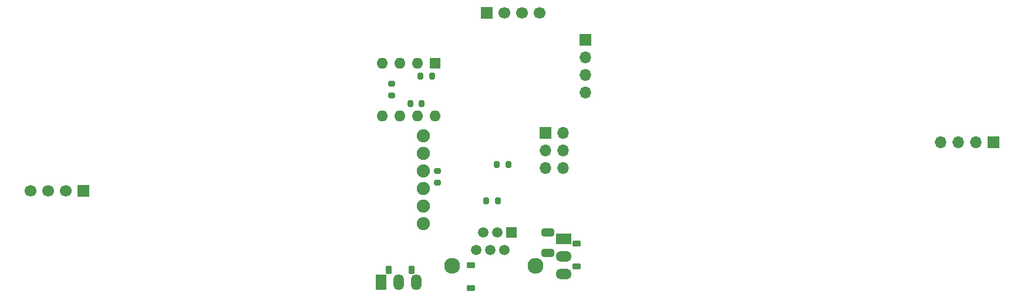
<source format=gbs>
G04 #@! TF.GenerationSoftware,KiCad,Pcbnew,9.0.2*
G04 #@! TF.CreationDate,2025-11-17T19:55:37+09:00*
G04 #@! TF.ProjectId,PitoBoard2026,5069746f-426f-4617-9264-323032362e6b,rev?*
G04 #@! TF.SameCoordinates,Original*
G04 #@! TF.FileFunction,Soldermask,Bot*
G04 #@! TF.FilePolarity,Negative*
%FSLAX46Y46*%
G04 Gerber Fmt 4.6, Leading zero omitted, Abs format (unit mm)*
G04 Created by KiCad (PCBNEW 9.0.2) date 2025-11-17 19:55:37*
%MOMM*%
%LPD*%
G01*
G04 APERTURE LIST*
G04 Aperture macros list*
%AMRoundRect*
0 Rectangle with rounded corners*
0 $1 Rounding radius*
0 $2 $3 $4 $5 $6 $7 $8 $9 X,Y pos of 4 corners*
0 Add a 4 corners polygon primitive as box body*
4,1,4,$2,$3,$4,$5,$6,$7,$8,$9,$2,$3,0*
0 Add four circle primitives for the rounded corners*
1,1,$1+$1,$2,$3*
1,1,$1+$1,$4,$5*
1,1,$1+$1,$6,$7*
1,1,$1+$1,$8,$9*
0 Add four rect primitives between the rounded corners*
20,1,$1+$1,$2,$3,$4,$5,0*
20,1,$1+$1,$4,$5,$6,$7,0*
20,1,$1+$1,$6,$7,$8,$9,0*
20,1,$1+$1,$8,$9,$2,$3,0*%
G04 Aperture macros list end*
%ADD10R,2.300000X1.500000*%
%ADD11O,2.300000X1.500000*%
%ADD12R,1.700000X1.700000*%
%ADD13O,1.700000X1.700000*%
%ADD14C,1.900000*%
%ADD15C,2.300000*%
%ADD16R,1.520000X1.520000*%
%ADD17C,1.520000*%
%ADD18C,1.700000*%
%ADD19R,1.500000X2.300000*%
%ADD20O,1.500000X2.300000*%
%ADD21C,0.000010*%
%ADD22R,1.600000X1.600000*%
%ADD23O,1.600000X1.600000*%
%ADD24RoundRect,0.200000X0.275000X-0.200000X0.275000X0.200000X-0.275000X0.200000X-0.275000X-0.200000X0*%
%ADD25RoundRect,0.225000X0.375000X-0.225000X0.375000X0.225000X-0.375000X0.225000X-0.375000X-0.225000X0*%
%ADD26RoundRect,0.200000X0.200000X0.275000X-0.200000X0.275000X-0.200000X-0.275000X0.200000X-0.275000X0*%
%ADD27RoundRect,0.225000X-0.375000X0.225000X-0.375000X-0.225000X0.375000X-0.225000X0.375000X0.225000X0*%
%ADD28RoundRect,0.225000X-0.225000X-0.375000X0.225000X-0.375000X0.225000X0.375000X-0.225000X0.375000X0*%
%ADD29RoundRect,0.250000X-0.650000X0.325000X-0.650000X-0.325000X0.650000X-0.325000X0.650000X0.325000X0*%
%ADD30RoundRect,0.200000X-0.200000X-0.275000X0.200000X-0.275000X0.200000X0.275000X-0.200000X0.275000X0*%
G04 APERTURE END LIST*
D10*
X159892500Y-72853000D03*
D11*
X159892500Y-75393000D03*
X159892500Y-77933000D03*
D12*
X221900000Y-58900000D03*
D13*
X219360000Y-58900000D03*
X216820000Y-58900000D03*
X214280000Y-58900000D03*
D14*
X139663000Y-70690000D03*
X139663000Y-68150000D03*
X139663000Y-65610000D03*
X139663000Y-63070000D03*
X139663000Y-60530000D03*
X139663000Y-57990000D03*
D15*
X143800000Y-76800000D03*
X155800000Y-76800000D03*
D16*
X152350000Y-71960000D03*
D17*
X151330000Y-74500000D03*
X150310000Y-71960000D03*
X149290000Y-74500000D03*
X148270000Y-71960000D03*
X147250000Y-74500000D03*
D12*
X148830000Y-40200000D03*
D18*
X151370000Y-40200000D03*
X153910000Y-40200000D03*
X156450000Y-40200000D03*
D19*
X133553000Y-79107500D03*
D20*
X136093000Y-79107500D03*
X138633000Y-79107500D03*
D12*
X90610000Y-65915000D03*
D18*
X88070000Y-65915000D03*
X85530000Y-65915000D03*
X82990000Y-65915000D03*
D21*
X82850000Y-61350000D03*
X90150000Y-57050000D03*
X90150000Y-61350000D03*
D22*
X141400000Y-47500000D03*
D23*
X138860000Y-47500000D03*
X136320000Y-47500000D03*
X133780000Y-47500000D03*
X133780000Y-55120000D03*
X136320000Y-55120000D03*
X138860000Y-55120000D03*
X141400000Y-55120000D03*
D12*
X157300000Y-57575000D03*
D13*
X159840000Y-57575000D03*
X157300000Y-60115000D03*
X159840000Y-60115000D03*
X157300000Y-62655000D03*
X159840000Y-62655000D03*
D12*
X163025000Y-44100000D03*
D13*
X163025000Y-46640000D03*
X163025000Y-49180000D03*
X163025000Y-51720000D03*
D24*
X141700000Y-64725000D03*
X141700000Y-63075000D03*
D25*
X146500000Y-79950000D03*
X146500000Y-76650000D03*
D26*
X139425000Y-53300000D03*
X137775000Y-53300000D03*
D27*
X161800000Y-73550000D03*
X161800000Y-76850000D03*
D24*
X135100000Y-52125000D03*
X135100000Y-50475000D03*
D26*
X151925000Y-62100000D03*
X150275000Y-62100000D03*
D28*
X134650000Y-77400000D03*
X137950000Y-77400000D03*
D29*
X157600000Y-71925000D03*
X157600000Y-74875000D03*
D30*
X148750000Y-67400000D03*
X150400000Y-67400000D03*
D26*
X140925000Y-49300000D03*
X139275000Y-49300000D03*
M02*

</source>
